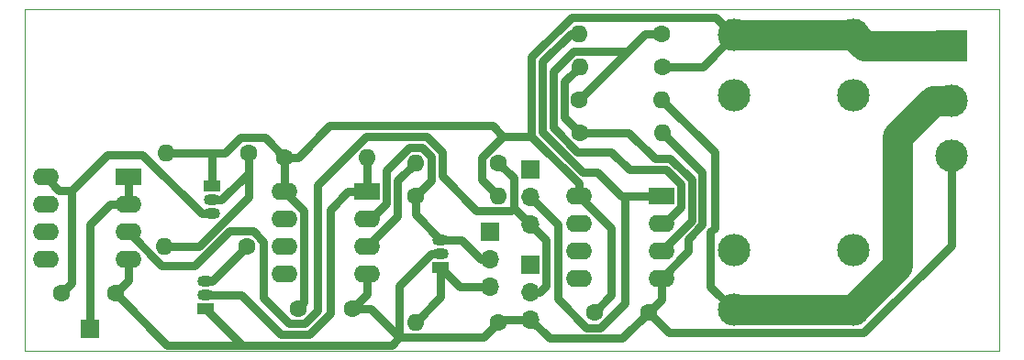
<source format=gbr>
%TF.GenerationSoftware,KiCad,Pcbnew,7.0.8*%
%TF.CreationDate,2023-11-22T16:38:17+02:00*%
%TF.ProjectId,current_sensor,63757272-656e-4745-9f73-656e736f722e,rev?*%
%TF.SameCoordinates,Original*%
%TF.FileFunction,Copper,L1,Top*%
%TF.FilePolarity,Positive*%
%FSLAX46Y46*%
G04 Gerber Fmt 4.6, Leading zero omitted, Abs format (unit mm)*
G04 Created by KiCad (PCBNEW 7.0.8) date 2023-11-22 16:38:17*
%MOMM*%
%LPD*%
G01*
G04 APERTURE LIST*
%TA.AperFunction,ComponentPad*%
%ADD10C,3.000000*%
%TD*%
%TA.AperFunction,ComponentPad*%
%ADD11O,3.000000X3.000000*%
%TD*%
%TA.AperFunction,ComponentPad*%
%ADD12R,2.400000X1.600000*%
%TD*%
%TA.AperFunction,ComponentPad*%
%ADD13O,2.400000X1.600000*%
%TD*%
%TA.AperFunction,ComponentPad*%
%ADD14C,1.600000*%
%TD*%
%TA.AperFunction,ComponentPad*%
%ADD15O,1.600000X1.600000*%
%TD*%
%TA.AperFunction,ComponentPad*%
%ADD16R,1.700000X1.700000*%
%TD*%
%TA.AperFunction,ComponentPad*%
%ADD17O,1.700000X1.700000*%
%TD*%
%TA.AperFunction,ComponentPad*%
%ADD18R,1.500000X1.050000*%
%TD*%
%TA.AperFunction,ComponentPad*%
%ADD19O,1.500000X1.050000*%
%TD*%
%TA.AperFunction,ComponentPad*%
%ADD20R,3.000000X3.000000*%
%TD*%
%TA.AperFunction,Conductor*%
%ADD21C,0.800000*%
%TD*%
%TA.AperFunction,Conductor*%
%ADD22C,2.800000*%
%TD*%
%TA.AperFunction,Profile*%
%ADD23C,0.100000*%
%TD*%
G04 APERTURE END LIST*
D10*
X67405000Y31172000D03*
D11*
X67405000Y25622000D03*
X67405000Y11322000D03*
X67405000Y5772000D03*
D12*
X33566000Y16722000D03*
D13*
X33566000Y14182000D03*
X33566000Y11642000D03*
X33566000Y9102000D03*
X25946000Y9102000D03*
X25946000Y11642000D03*
X25946000Y14182000D03*
X25946000Y16722000D03*
D14*
X38068000Y16351000D03*
D15*
X45688000Y16351000D03*
D14*
X53151000Y25241000D03*
D15*
X60771000Y25241000D03*
D14*
X25916000Y19907000D03*
D15*
X33536000Y19907000D03*
D14*
X53181000Y22193000D03*
D15*
X60801000Y22193000D03*
D16*
X7969000Y4032000D03*
D12*
X60704000Y16341000D03*
D13*
X60704000Y13801000D03*
X60704000Y11261000D03*
X60704000Y8721000D03*
X53084000Y8721000D03*
X53084000Y11261000D03*
X53084000Y13801000D03*
X53084000Y16341000D03*
D12*
X11515000Y18119000D03*
D13*
X11515000Y15579000D03*
X11515000Y13039000D03*
X11515000Y10499000D03*
X3895000Y10499000D03*
X3895000Y13039000D03*
X3895000Y15579000D03*
X3895000Y18119000D03*
D14*
X22455000Y11652000D03*
D15*
X14835000Y11652000D03*
D16*
X44926000Y13049000D03*
D17*
X44926000Y10509000D03*
X44926000Y7969000D03*
D16*
X48609000Y18764000D03*
D17*
X48609000Y16224000D03*
X48609000Y13684000D03*
D10*
X78455000Y31172000D03*
D11*
X78455000Y25622000D03*
X78455000Y11322000D03*
X78455000Y5772000D03*
D14*
X32226000Y5937000D03*
X27226000Y5937000D03*
X10342000Y7334000D03*
X5342000Y7334000D03*
D18*
X40375000Y9747000D03*
D19*
X40375000Y11017000D03*
X40375000Y12287000D03*
D14*
X60801000Y28289000D03*
D15*
X53181000Y28289000D03*
D14*
X60771000Y31337000D03*
D15*
X53151000Y31337000D03*
D18*
X18666000Y5937000D03*
D19*
X18666000Y7207000D03*
X18666000Y8477000D03*
D20*
X87471000Y30194000D03*
D10*
X87471000Y25114000D03*
X87471000Y20034000D03*
D14*
X22603000Y20288000D03*
D15*
X14983000Y20288000D03*
D18*
X19280000Y17240000D03*
D19*
X19280000Y15970000D03*
X19280000Y14700000D03*
D14*
X45688000Y4667000D03*
D15*
X38068000Y4667000D03*
D14*
X54531000Y5556000D03*
X59531000Y5556000D03*
D16*
X48609000Y10001000D03*
D17*
X48609000Y7461000D03*
X48609000Y4921000D03*
D14*
X45688000Y19399000D03*
D15*
X38068000Y19399000D03*
D21*
X11515000Y15579000D02*
X9864000Y15579000D01*
X9864000Y15579000D02*
X7969000Y13684000D01*
X11515000Y18119000D02*
X11515000Y15579000D01*
X7969000Y13684000D02*
X7969000Y4032000D01*
X25916000Y16752000D02*
X25946000Y16722000D01*
X45160792Y22799000D02*
X30091736Y22799000D01*
X19280000Y17240000D02*
X19280000Y20280000D01*
X56102000Y7127000D02*
X56102000Y13323000D01*
D22*
X79433000Y30194000D02*
X78455000Y31172000D01*
D21*
X19280000Y20280000D02*
X19272000Y20288000D01*
X27199736Y19907000D02*
X25916000Y19907000D01*
X25916000Y19907000D02*
X24135000Y21688000D01*
X46138003Y21821789D02*
X44164000Y19847786D01*
X53084000Y17488786D02*
X48750997Y21821789D01*
X48750998Y29151212D02*
X52460786Y32861000D01*
X48750997Y21821789D02*
X46138003Y21821789D01*
X52460786Y32861000D02*
X65716000Y32861000D01*
X25916000Y19907000D02*
X25916000Y16752000D01*
X65716000Y32861000D02*
X67405000Y31172000D01*
X44164000Y17875000D02*
X45688000Y16351000D01*
X25946000Y16722000D02*
X27746000Y14922000D01*
X27746000Y14922000D02*
X27746000Y6457000D01*
X54531000Y5556000D02*
X56102000Y7127000D01*
X64522000Y28289000D02*
X67405000Y31172000D01*
X53084000Y16341000D02*
X53084000Y17488786D01*
X46138003Y21821789D02*
X45160792Y22799000D01*
X19272000Y20288000D02*
X14983000Y20288000D01*
D22*
X78455000Y31172000D02*
X67405000Y31172000D01*
D21*
X60801000Y28289000D02*
X64522000Y28289000D01*
X44164000Y19847786D02*
X44164000Y17875000D01*
X20444000Y20288000D02*
X19272000Y20288000D01*
X56102000Y13323000D02*
X53084000Y16341000D01*
X27746000Y6457000D02*
X27226000Y5937000D01*
D22*
X87471000Y30194000D02*
X79433000Y30194000D01*
D21*
X48750997Y21821789D02*
X48750998Y29151212D01*
X24135000Y21688000D02*
X21844000Y21688000D01*
X30091736Y22799000D02*
X27199736Y19907000D01*
X21844000Y21688000D02*
X20444000Y20288000D01*
X35814000Y2537000D02*
X22066000Y2537000D01*
X60704000Y8721000D02*
X63179107Y11196107D01*
X33874000Y5937000D02*
X32226000Y5937000D01*
X11515000Y8507000D02*
X10342000Y7334000D01*
X33566000Y9102000D02*
X33566000Y7277000D01*
X45688000Y4667000D02*
X44288000Y3267000D01*
X60704000Y8721000D02*
X60704000Y6729000D01*
X36544000Y8039528D02*
X36544000Y3267000D01*
X36544000Y3267000D02*
X33874000Y5937000D01*
X57131000Y3156000D02*
X59531000Y5556000D01*
X48609000Y4921000D02*
X45942000Y4921000D01*
X36544000Y8039528D02*
X39521472Y11017000D01*
X36544000Y3267000D02*
X35814000Y2537000D01*
X79369123Y3677123D02*
X87471000Y11779000D01*
X22066000Y2537000D02*
X18666000Y5937000D01*
X45942000Y4921000D02*
X45688000Y4667000D01*
X60704000Y6729000D02*
X59531000Y5556000D01*
X15139000Y2537000D02*
X10342000Y7334000D01*
X50374000Y3156000D02*
X48609000Y4921000D01*
X11515000Y10499000D02*
X11515000Y8507000D01*
X64504000Y18490000D02*
X60801000Y22193000D01*
X87471000Y11779000D02*
X87471000Y20034000D01*
X59531000Y5556000D02*
X61409877Y3677123D01*
X33566000Y7277000D02*
X32226000Y5937000D01*
X39521472Y11017000D02*
X40375000Y11017000D01*
X63179107Y11196107D02*
X63179107Y12321893D01*
X64504000Y13646786D02*
X64504000Y18490000D01*
X61409877Y3677123D02*
X79369123Y3677123D01*
X63179107Y12321893D02*
X64504000Y13646786D01*
X57131000Y3156000D02*
X50374000Y3156000D01*
X22066000Y2537000D02*
X15139000Y2537000D01*
X44288000Y3267000D02*
X36544000Y3267000D01*
X9620000Y20161000D02*
X6318000Y16859000D01*
X12858528Y20161000D02*
X9620000Y20161000D01*
X6318000Y8310000D02*
X5342000Y7334000D01*
X18319528Y14700000D02*
X12858528Y20161000D01*
X6318000Y16859000D02*
X5155000Y16859000D01*
X5155000Y16859000D02*
X3895000Y18119000D01*
X19280000Y14700000D02*
X18319528Y14700000D01*
X6318000Y16859000D02*
X6318000Y8310000D01*
X60771000Y25241000D02*
X65627000Y20385000D01*
D22*
X87471000Y25114000D02*
X85820000Y25114000D01*
X78455000Y5772000D02*
X67405000Y5772000D01*
X82518000Y21812000D02*
X82518000Y9835000D01*
D21*
X65246000Y7931000D02*
X67405000Y5772000D01*
D22*
X82518000Y9835000D02*
X78455000Y5772000D01*
X85820000Y25114000D02*
X82518000Y21812000D01*
D21*
X65627000Y13355572D02*
X65246000Y12974572D01*
X65246000Y12974572D02*
X65246000Y7931000D01*
X65627000Y20385000D02*
X65627000Y13355572D01*
X30159000Y5483000D02*
X28213000Y3537000D01*
X31821264Y16722000D02*
X30159000Y15059736D01*
X21968000Y7207000D02*
X18666000Y7207000D01*
X33566000Y16722000D02*
X33566000Y19877000D01*
X28213000Y3537000D02*
X25638000Y3537000D01*
X25638000Y3537000D02*
X21968000Y7207000D01*
X30159000Y15059736D02*
X30159000Y5483000D01*
X33566000Y19877000D02*
X33536000Y19907000D01*
X33566000Y16722000D02*
X31821264Y16722000D01*
X19280000Y8477000D02*
X22455000Y11652000D01*
X18666000Y8477000D02*
X19280000Y8477000D01*
X18044098Y11652000D02*
X14835000Y11652000D01*
X20133528Y15970000D02*
X19280000Y15970000D01*
X22603000Y18439472D02*
X20133528Y15970000D01*
X22603000Y20288000D02*
X22603000Y18439472D01*
X22603000Y16210902D02*
X18044098Y11652000D01*
X22603000Y18439472D02*
X22603000Y16210902D01*
X40375000Y6974000D02*
X38068000Y4667000D01*
X44926000Y7969000D02*
X42153000Y7969000D01*
X42153000Y7969000D02*
X40375000Y9747000D01*
X40375000Y9747000D02*
X40375000Y6974000D01*
X33566000Y14182000D02*
X33874528Y14182000D01*
X33874528Y14182000D02*
X35366000Y15673472D01*
X44037000Y10509000D02*
X44926000Y10509000D01*
X42259000Y12287000D02*
X44037000Y10509000D01*
X37495214Y20799000D02*
X38640786Y20799000D01*
X38068000Y16351000D02*
X38068000Y14594000D01*
X39468000Y19971786D02*
X39468000Y17751000D01*
X38640786Y20799000D02*
X39468000Y19971786D01*
X35366000Y18669786D02*
X37495214Y20799000D01*
X35366000Y15673472D02*
X35366000Y18669786D01*
X39468000Y17751000D02*
X38068000Y16351000D01*
X40375000Y12287000D02*
X42259000Y12287000D01*
X38068000Y14594000D02*
X40375000Y12287000D01*
X63504000Y17803742D02*
X61543741Y19764001D01*
X60704000Y11261000D02*
X63504000Y14061000D01*
X53181000Y22193000D02*
X51751000Y23623000D01*
X51751000Y26859000D02*
X53181000Y28289000D01*
X57700528Y22193000D02*
X53181000Y22193000D01*
X61543741Y19764001D02*
X60129527Y19764001D01*
X51751000Y23623000D02*
X51751000Y26859000D01*
X60129527Y19764001D02*
X57700528Y22193000D01*
X63504000Y14061000D02*
X63504000Y17803742D01*
X56102000Y20415000D02*
X52986214Y20415000D01*
X52986214Y20415000D02*
X50750999Y22650215D01*
X62504000Y15292472D02*
X62504000Y17389528D01*
X62504000Y17389528D02*
X61129528Y18764000D01*
X57599000Y29689000D02*
X59247000Y31337000D01*
X60704000Y13801000D02*
X61012528Y13801000D01*
X57753000Y18764000D02*
X56102000Y20415000D01*
X61129528Y18764000D02*
X57753000Y18764000D01*
X52608214Y29689000D02*
X57599000Y29689000D01*
X59247000Y31337000D02*
X60771000Y31337000D01*
X53151000Y25241000D02*
X57599000Y29689000D01*
X50751000Y27831786D02*
X52608214Y29689000D01*
X61012528Y13801000D02*
X62504000Y15292472D01*
X50750999Y22650215D02*
X50751000Y27831786D01*
X57001000Y16341000D02*
X57372000Y16341000D01*
X54832000Y18510000D02*
X57001000Y16341000D01*
X57372000Y16341000D02*
X60704000Y16341000D01*
X49750999Y28736999D02*
X49750998Y22236002D01*
X51149000Y13684000D02*
X48609000Y16224000D01*
X53819000Y4156000D02*
X51149000Y6826000D01*
X52351000Y31337000D02*
X49750999Y28736999D01*
X57372000Y6424214D02*
X55103786Y4156000D01*
X49750998Y22236002D02*
X53477000Y18510000D01*
X53151000Y31337000D02*
X52351000Y31337000D01*
X51149000Y6826000D02*
X51149000Y13684000D01*
X55103786Y4156000D02*
X53819000Y4156000D01*
X57372000Y16341000D02*
X57372000Y6424214D01*
X53477000Y18510000D02*
X54832000Y18510000D01*
X11515000Y12999214D02*
X14640214Y9874000D01*
X20858312Y13052000D02*
X17680312Y9874000D01*
X50059000Y8022000D02*
X49498000Y7461000D01*
X11515000Y13039000D02*
X11515000Y12999214D01*
X26387000Y4537000D02*
X23971000Y6953000D01*
X14640214Y9874000D02*
X17680312Y9874000D01*
X27798786Y4537000D02*
X26387000Y4537000D01*
X43682214Y14951000D02*
X46834000Y14951000D01*
X33455214Y21799000D02*
X29016000Y17359786D01*
X47088000Y15205000D02*
X48609000Y13684000D01*
X39055000Y21799000D02*
X33455214Y21799000D01*
X43682214Y14951000D02*
X40468000Y18165214D01*
X29016000Y17359786D02*
X29016000Y5754214D01*
X47088000Y17999000D02*
X45688000Y19399000D01*
X48609000Y13684000D02*
X50059000Y12234000D01*
X49498000Y7461000D02*
X48609000Y7461000D01*
X23971000Y12108786D02*
X23971000Y6953000D01*
X23027786Y13052000D02*
X23971000Y12108786D01*
X46834000Y14951000D02*
X47088000Y15205000D01*
X23027786Y13052000D02*
X20858312Y13052000D01*
X29016000Y5754214D02*
X27798786Y4537000D01*
X40468000Y18165214D02*
X40468001Y20385999D01*
X40468001Y20385999D02*
X39055000Y21799000D01*
X50059000Y12234000D02*
X50059000Y8022000D01*
X47088000Y17999000D02*
X47088000Y15205000D01*
X33566000Y11642000D02*
X36382000Y14458000D01*
X36382000Y17713000D02*
X38068000Y19399000D01*
X36382000Y14458000D02*
X36382000Y17713000D01*
D23*
X91916000Y33623000D02*
X91916000Y2000000D01*
X61436000Y33623000D02*
X2000000Y33623000D01*
X2000000Y2000000D02*
X91916000Y2000000D01*
X91916000Y33623000D02*
X61436000Y33623000D01*
X2000000Y2000000D02*
X2000000Y33623000D01*
M02*

</source>
